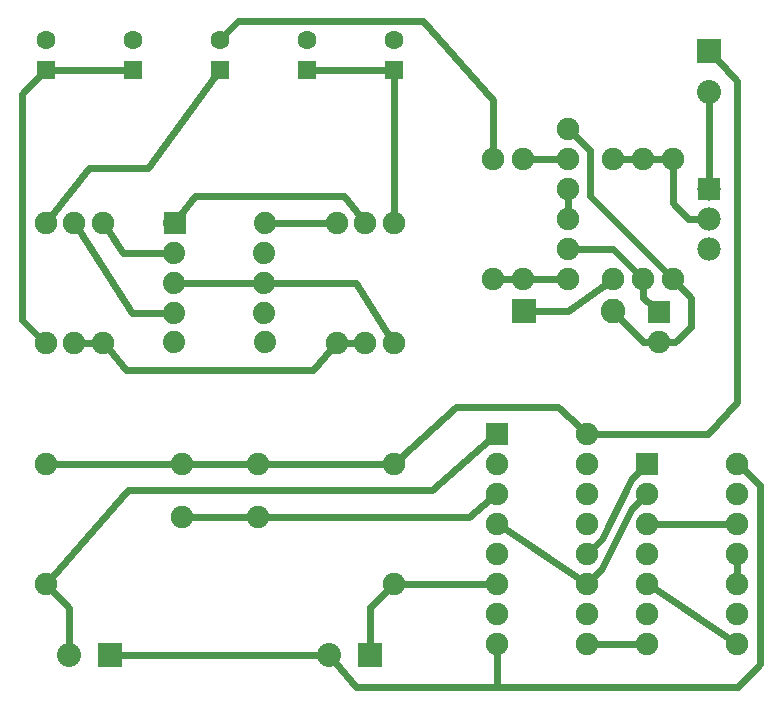
<source format=gtl>
G04 MADE WITH FRITZING*
G04 WWW.FRITZING.ORG*
G04 DOUBLE SIDED*
G04 HOLES PLATED*
G04 CONTOUR ON CENTER OF CONTOUR VECTOR*
%ASAXBY*%
%FSLAX23Y23*%
%MOIN*%
%OFA0B0*%
%SFA1.0B1.0*%
%ADD10C,0.075000*%
%ADD11C,0.082000*%
%ADD12C,0.078000*%
%ADD13C,0.074000*%
%ADD14C,0.062992*%
%ADD15C,0.080000*%
%ADD16R,0.082000X0.082000*%
%ADD17R,0.075000X0.075000*%
%ADD18R,0.078000X0.078000*%
%ADD19R,0.074000X0.074000*%
%ADD20R,0.062992X0.062992*%
%ADD21R,0.080000X0.080000*%
%ADD22C,0.024000*%
%LNCOPPER1*%
G90*
G70*
G54D10*
X1456Y496D03*
X1456Y896D03*
X297Y496D03*
X297Y896D03*
X1456Y1299D03*
X1456Y1699D03*
X296Y1299D03*
X296Y1699D03*
X1788Y1913D03*
X1788Y1513D03*
X2187Y1913D03*
X2187Y1513D03*
X2387Y1913D03*
X2387Y1513D03*
X1888Y1513D03*
X1888Y1913D03*
X2288Y1913D03*
X2288Y1513D03*
G54D11*
X1890Y1406D03*
X2188Y1406D03*
G54D10*
X2300Y896D03*
X2600Y896D03*
X2300Y796D03*
X2600Y796D03*
X2300Y696D03*
X2600Y696D03*
X2300Y596D03*
X2600Y596D03*
X2300Y496D03*
X2600Y496D03*
X2300Y396D03*
X2600Y396D03*
X2300Y296D03*
X2600Y296D03*
X1800Y996D03*
X2100Y996D03*
X1800Y896D03*
X2100Y896D03*
X1800Y796D03*
X2100Y796D03*
X1800Y696D03*
X2100Y696D03*
X1800Y596D03*
X2100Y596D03*
X1800Y496D03*
X2100Y496D03*
X1800Y396D03*
X2100Y396D03*
X1800Y296D03*
X2100Y296D03*
X2037Y1513D03*
X2037Y1613D03*
X2037Y1713D03*
X2038Y2013D03*
X2038Y1913D03*
X2038Y1813D03*
X2340Y1401D03*
X2340Y1301D03*
G54D12*
X2508Y1811D03*
X2508Y1711D03*
X2508Y1611D03*
G54D13*
X725Y1699D03*
X725Y1599D03*
X725Y1499D03*
X725Y1399D03*
X725Y1300D03*
X1026Y1300D03*
X1025Y1399D03*
X1025Y1499D03*
X1025Y1599D03*
X1026Y1699D03*
G54D10*
X1362Y1299D03*
X1362Y1699D03*
X488Y1299D03*
X488Y1699D03*
X392Y1299D03*
X392Y1699D03*
X1267Y1299D03*
X1267Y1699D03*
G54D14*
X1457Y2208D03*
X1457Y2307D03*
X1167Y2208D03*
X1167Y2307D03*
X877Y2208D03*
X877Y2307D03*
X587Y2208D03*
X587Y2307D03*
X297Y2208D03*
X297Y2307D03*
G54D10*
X1005Y719D03*
X749Y719D03*
X1005Y896D03*
X749Y896D03*
G54D15*
X1378Y258D03*
X1240Y258D03*
X511Y258D03*
X374Y258D03*
X2508Y2272D03*
X2508Y2134D03*
G54D16*
X1889Y1406D03*
G54D17*
X2300Y896D03*
X1800Y996D03*
X2340Y1401D03*
G54D18*
X2508Y1811D03*
G54D19*
X726Y1698D03*
G54D20*
X1457Y2208D03*
X1167Y2208D03*
X877Y2208D03*
X587Y2208D03*
X297Y2208D03*
G54D21*
X1378Y258D03*
X511Y258D03*
X2508Y2272D03*
G54D22*
X794Y1789D02*
X1290Y1789D01*
D02*
X1290Y1789D02*
X1344Y1722D01*
D02*
X744Y1724D02*
X794Y1789D01*
D02*
X694Y1599D02*
X553Y1599D01*
D02*
X553Y1599D02*
X504Y1675D01*
D02*
X583Y1399D02*
X407Y1675D01*
D02*
X694Y1399D02*
X583Y1399D01*
D02*
X1239Y1699D02*
X1057Y1699D01*
D02*
X994Y1499D02*
X756Y1499D01*
D02*
X1427Y896D02*
X1034Y896D01*
D02*
X2504Y996D02*
X2600Y1100D01*
D02*
X2129Y996D02*
X2504Y996D01*
D02*
X2600Y1100D02*
X2600Y2171D01*
D02*
X2600Y2171D02*
X2529Y2249D01*
D02*
X2272Y296D02*
X2129Y296D01*
D02*
X2037Y1741D02*
X2038Y1784D01*
D02*
X977Y896D02*
X778Y896D01*
D02*
X977Y719D02*
X778Y719D01*
D02*
X1457Y2182D02*
X1456Y1728D01*
D02*
X1194Y2208D02*
X1430Y2208D01*
D02*
X218Y2129D02*
X218Y1374D01*
D02*
X218Y1374D02*
X275Y1319D01*
D02*
X278Y2190D02*
X218Y2129D01*
D02*
X324Y2208D02*
X560Y2208D01*
D02*
X1788Y2109D02*
X1788Y1942D01*
D02*
X1553Y2373D02*
X1788Y2109D01*
D02*
X936Y2373D02*
X1553Y2373D01*
D02*
X895Y2327D02*
X936Y2373D01*
D02*
X1859Y1513D02*
X1816Y1513D01*
D02*
X1917Y1513D02*
X2008Y1513D01*
D02*
X1922Y1406D02*
X2037Y1406D01*
D02*
X2037Y1406D02*
X2164Y1496D01*
D02*
X1706Y719D02*
X1034Y719D01*
D02*
X1778Y778D02*
X1706Y719D01*
D02*
X2394Y1301D02*
X2447Y1351D01*
D02*
X2447Y1449D02*
X2407Y1492D01*
D02*
X2447Y1351D02*
X2447Y1449D01*
D02*
X2369Y1301D02*
X2394Y1301D01*
D02*
X2112Y1941D02*
X2058Y1993D01*
D02*
X2367Y1533D02*
X2112Y1789D01*
D02*
X2112Y1789D02*
X2112Y1941D01*
D02*
X2210Y1383D02*
X2287Y1301D01*
D02*
X2287Y1301D02*
X2312Y1301D01*
D02*
X2009Y1913D02*
X1917Y1913D01*
D02*
X2066Y1613D02*
X2187Y1613D01*
D02*
X2187Y1613D02*
X2268Y1533D01*
D02*
X2288Y1448D02*
X2319Y1420D01*
D02*
X2288Y1484D02*
X2288Y1448D01*
D02*
X2508Y1841D02*
X2508Y2103D01*
D02*
X2329Y696D02*
X2572Y696D01*
D02*
X2600Y525D02*
X2600Y567D01*
D02*
X1334Y1299D02*
X1296Y1299D01*
D02*
X506Y1277D02*
X563Y1207D01*
D02*
X1187Y1207D02*
X1248Y1277D01*
D02*
X563Y1207D02*
X1187Y1207D01*
D02*
X459Y1299D02*
X420Y1299D01*
D02*
X2324Y480D02*
X2576Y312D01*
D02*
X2250Y847D02*
X2280Y876D01*
D02*
X2150Y646D02*
X2250Y847D01*
D02*
X2120Y616D02*
X2150Y646D01*
D02*
X2150Y547D02*
X2250Y747D01*
D02*
X2250Y747D02*
X2280Y776D01*
D02*
X2120Y516D02*
X2150Y547D01*
D02*
X2076Y512D02*
X1824Y680D01*
D02*
X1378Y290D02*
X1378Y419D01*
D02*
X1378Y419D02*
X1436Y476D01*
D02*
X1771Y496D02*
X1485Y496D01*
D02*
X1583Y808D02*
X1778Y977D01*
D02*
X569Y808D02*
X1583Y808D01*
D02*
X316Y518D02*
X569Y808D01*
D02*
X317Y476D02*
X374Y415D01*
D02*
X374Y415D02*
X374Y289D01*
D02*
X2259Y1913D02*
X2216Y1913D01*
D02*
X2316Y1913D02*
X2359Y1913D01*
D02*
X2387Y1764D02*
X2438Y1711D01*
D02*
X2438Y1711D02*
X2478Y1711D01*
D02*
X2387Y1884D02*
X2387Y1764D01*
D02*
X1330Y1499D02*
X1057Y1499D01*
D02*
X1441Y1323D02*
X1330Y1499D01*
D02*
X1800Y153D02*
X2603Y153D01*
D02*
X2603Y153D02*
X2676Y229D01*
D02*
X1800Y268D02*
X1800Y153D01*
D02*
X2676Y229D02*
X2676Y826D01*
D02*
X2676Y826D02*
X2621Y877D01*
D02*
X1800Y153D02*
X1330Y153D01*
D02*
X1330Y153D02*
X1260Y235D01*
D02*
X1800Y268D02*
X1800Y153D01*
D02*
X543Y258D02*
X1209Y258D01*
D02*
X721Y896D02*
X325Y896D01*
D02*
X1663Y1084D02*
X2003Y1084D01*
D02*
X1477Y916D02*
X1663Y1084D01*
D02*
X2003Y1084D02*
X2079Y1015D01*
D02*
X439Y1883D02*
X638Y1883D01*
D02*
X638Y1883D02*
X861Y2187D01*
D02*
X314Y1722D02*
X439Y1883D01*
G04 End of Copper1*
M02*
</source>
